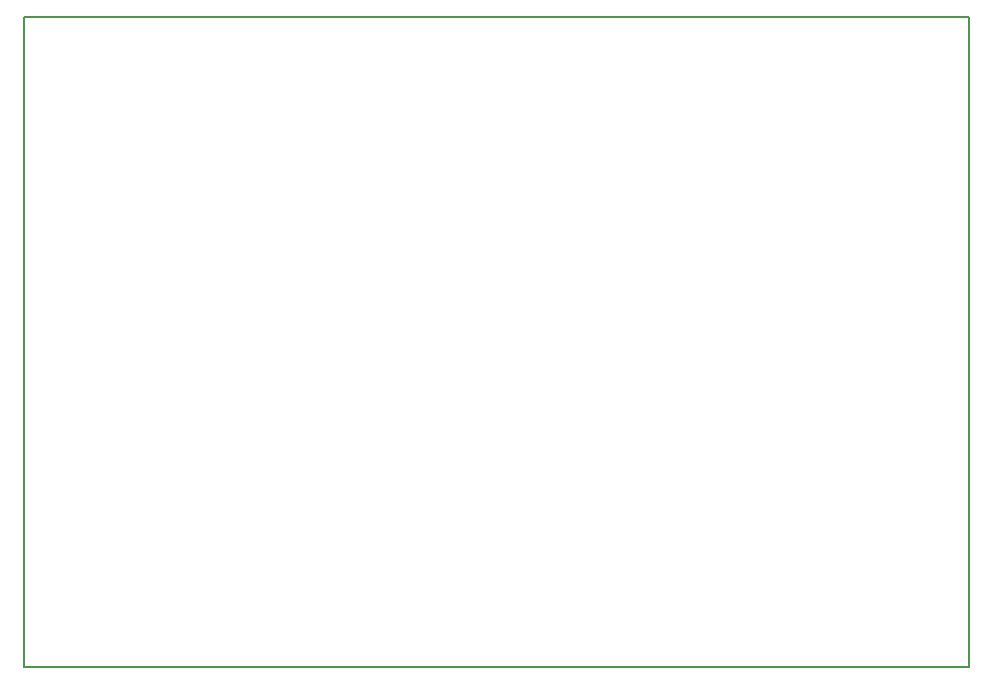
<source format=gko>
G04 Layer_Color=16711935*
%FSLAX44Y44*%
%MOMM*%
G71*
G01*
G75*
%ADD66C,0.1300*%
D66*
X2800000Y3200000D02*
X3600000D01*
Y2650000D02*
Y3200000D01*
X2800000Y2650000D02*
X3600000D01*
X2800000D02*
Y3200000D01*
M02*

</source>
